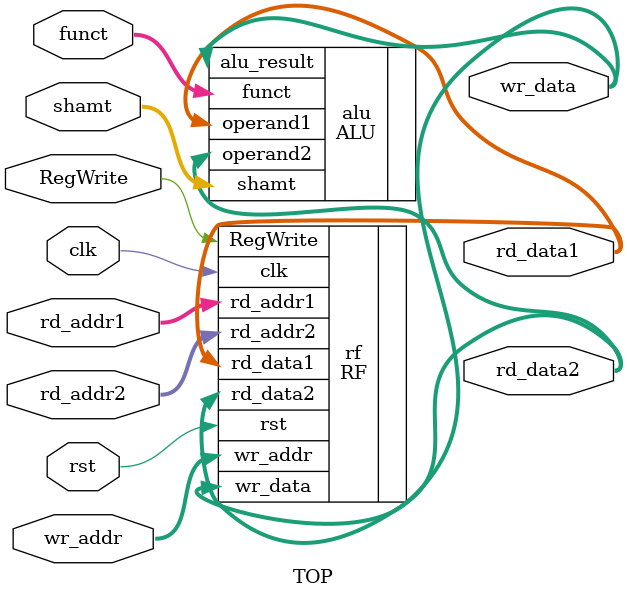
<source format=v>
`timescale 1ns / 100ps

module TOP(
    input clk,
    input rst,
    
    // Read-related ports
    input [4:0] rd_addr1,
    input [4:0] rd_addr2,
    
    // Write-related ports
    input RegWrite,
    input [4:0] wr_addr,
    
    // ALU ctrl and output
    input [4:0] shamt,
    input [3:0] funct,
    output [31:0] rd_data1,
    output [31:0] rd_data2,
    output [31:0] wr_data
    );
    
	// FIXME
	// Instantiate modules and connect them!
	RF rf (
	   .clk(clk),
	   .rst(rst),
	   .RegWrite(RegWrite),
	   .rd_data1(rd_data1),
	   .rd_data2(rd_data2),
	   .rd_addr1(rd_addr1),
	   .rd_addr2(rd_addr2),
	   .wr_data(wr_data),
	   .wr_addr(wr_addr)
	);
	
	ALU alu(
	   .operand1(rd_data1),
	   .operand2(rd_data2),
	   .shamt(shamt),
	   .funct(funct),
	   .alu_result(wr_data)
	);
    
endmodule

</source>
